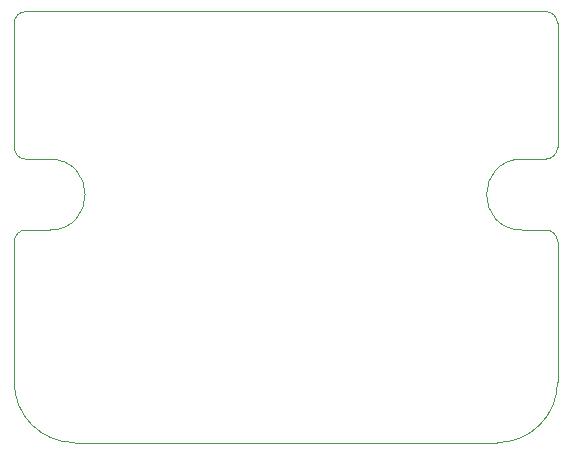
<source format=gbr>
%TF.GenerationSoftware,KiCad,Pcbnew,7.0.8*%
%TF.CreationDate,2023-12-04T13:14:01+00:00*%
%TF.ProjectId,tundraIOExpansion,74756e64-7261-4494-9f45-7870616e7369,rev?*%
%TF.SameCoordinates,Original*%
%TF.FileFunction,Profile,NP*%
%FSLAX46Y46*%
G04 Gerber Fmt 4.6, Leading zero omitted, Abs format (unit mm)*
G04 Created by KiCad (PCBNEW 7.0.8) date 2023-12-04 13:14:01*
%MOMM*%
%LPD*%
G01*
G04 APERTURE LIST*
%TA.AperFunction,Profile*%
%ADD10C,0.100000*%
%TD*%
G04 APERTURE END LIST*
D10*
X115780000Y-68090000D02*
X115780000Y-57590000D01*
X118780000Y-75090000D02*
X116780000Y-75090000D01*
X158780000Y-69090000D02*
X160780000Y-69090000D01*
X120901000Y-93090000D02*
X156659000Y-93090000D01*
X161780000Y-68090000D02*
X161780000Y-57590000D01*
X115780000Y-76090000D02*
X115780000Y-87969000D01*
X156659000Y-93090000D02*
G75*
G03*
X161780000Y-87969000I0J5121000D01*
G01*
X116780000Y-75090000D02*
G75*
G03*
X115780000Y-76090000I0J-1000000D01*
G01*
X160780000Y-69090000D02*
G75*
G03*
X161780000Y-68090000I0J1000000D01*
G01*
X160780000Y-75090000D02*
X158780000Y-75090000D01*
X116780000Y-69090000D02*
X118780000Y-69090000D01*
X160780000Y-56590000D02*
X116780000Y-56590000D01*
X118780000Y-75090000D02*
G75*
G03*
X118780000Y-69090000I0J3000000D01*
G01*
X161780000Y-76090000D02*
G75*
G03*
X160780000Y-75090000I-1000000J0D01*
G01*
X115780000Y-68090000D02*
G75*
G03*
X116780000Y-69090000I1000000J0D01*
G01*
X161780000Y-87969000D02*
X161780000Y-76090000D01*
X158780000Y-69090000D02*
G75*
G03*
X158780000Y-75090000I0J-3000000D01*
G01*
X161780000Y-57590000D02*
G75*
G03*
X160780000Y-56590000I-1000000J0D01*
G01*
X116780000Y-56590000D02*
G75*
G03*
X115780000Y-57590000I0J-1000000D01*
G01*
X115780000Y-87969000D02*
G75*
G03*
X120901000Y-93090000I5121000J0D01*
G01*
M02*

</source>
